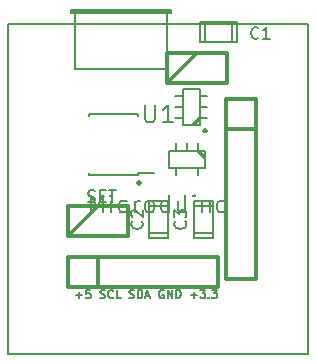
<source format=gbr>
G04 #@! TF.FileFunction,Legend,Top*
%FSLAX46Y46*%
G04 Gerber Fmt 4.6, Leading zero omitted, Abs format (unit mm)*
G04 Created by KiCad (PCBNEW 0.201601131446+6458~42~ubuntu14.04.1-product) date Mon 18 Jan 2016 18:38:02 CET*
%MOMM*%
G01*
G04 APERTURE LIST*
%ADD10C,0.100000*%
%ADD11C,0.175000*%
%ADD12C,0.300000*%
%ADD13C,0.304800*%
%ADD14C,0.150000*%
%ADD15C,0.127000*%
%ADD16C,0.200660*%
%ADD17C,0.200000*%
G04 APERTURE END LIST*
D10*
D11*
X150799000Y-105168666D02*
X150799000Y-104635333D01*
D12*
X152527000Y-99087714D02*
X152598428Y-99159143D01*
X152527000Y-99230571D01*
X152455571Y-99159143D01*
X152527000Y-99087714D01*
X152527000Y-99230571D01*
X146939000Y-103532714D02*
X147010428Y-103604143D01*
X146939000Y-103675571D01*
X146867571Y-103604143D01*
X146939000Y-103532714D01*
X146939000Y-103675571D01*
D11*
X141624000Y-113080000D02*
X142157333Y-113080000D01*
X141890666Y-113346667D02*
X141890666Y-112813333D01*
X142824000Y-112646667D02*
X142490667Y-112646667D01*
X142457333Y-112980000D01*
X142490667Y-112946667D01*
X142557333Y-112913333D01*
X142724000Y-112913333D01*
X142790667Y-112946667D01*
X142824000Y-112980000D01*
X142857333Y-113046667D01*
X142857333Y-113213333D01*
X142824000Y-113280000D01*
X142790667Y-113313333D01*
X142724000Y-113346667D01*
X142557333Y-113346667D01*
X142490667Y-113313333D01*
X142457333Y-113280000D01*
X143657333Y-113313333D02*
X143757333Y-113346667D01*
X143924000Y-113346667D01*
X143990667Y-113313333D01*
X144024000Y-113280000D01*
X144057333Y-113213333D01*
X144057333Y-113146667D01*
X144024000Y-113080000D01*
X143990667Y-113046667D01*
X143924000Y-113013333D01*
X143790667Y-112980000D01*
X143724000Y-112946667D01*
X143690667Y-112913333D01*
X143657333Y-112846667D01*
X143657333Y-112780000D01*
X143690667Y-112713333D01*
X143724000Y-112680000D01*
X143790667Y-112646667D01*
X143957333Y-112646667D01*
X144057333Y-112680000D01*
X144757334Y-113280000D02*
X144724000Y-113313333D01*
X144624000Y-113346667D01*
X144557334Y-113346667D01*
X144457334Y-113313333D01*
X144390667Y-113246667D01*
X144357334Y-113180000D01*
X144324000Y-113046667D01*
X144324000Y-112946667D01*
X144357334Y-112813333D01*
X144390667Y-112746667D01*
X144457334Y-112680000D01*
X144557334Y-112646667D01*
X144624000Y-112646667D01*
X144724000Y-112680000D01*
X144757334Y-112713333D01*
X145390667Y-113346667D02*
X145057334Y-113346667D01*
X145057334Y-112646667D01*
X146124000Y-113313333D02*
X146224000Y-113346667D01*
X146390667Y-113346667D01*
X146457334Y-113313333D01*
X146490667Y-113280000D01*
X146524000Y-113213333D01*
X146524000Y-113146667D01*
X146490667Y-113080000D01*
X146457334Y-113046667D01*
X146390667Y-113013333D01*
X146257334Y-112980000D01*
X146190667Y-112946667D01*
X146157334Y-112913333D01*
X146124000Y-112846667D01*
X146124000Y-112780000D01*
X146157334Y-112713333D01*
X146190667Y-112680000D01*
X146257334Y-112646667D01*
X146424000Y-112646667D01*
X146524000Y-112680000D01*
X146824001Y-113346667D02*
X146824001Y-112646667D01*
X146990667Y-112646667D01*
X147090667Y-112680000D01*
X147157334Y-112746667D01*
X147190667Y-112813333D01*
X147224001Y-112946667D01*
X147224001Y-113046667D01*
X147190667Y-113180000D01*
X147157334Y-113246667D01*
X147090667Y-113313333D01*
X146990667Y-113346667D01*
X146824001Y-113346667D01*
X147490667Y-113146667D02*
X147824001Y-113146667D01*
X147424001Y-113346667D02*
X147657334Y-112646667D01*
X147890667Y-113346667D01*
X149024000Y-112680000D02*
X148957334Y-112646667D01*
X148857334Y-112646667D01*
X148757334Y-112680000D01*
X148690667Y-112746667D01*
X148657334Y-112813333D01*
X148624000Y-112946667D01*
X148624000Y-113046667D01*
X148657334Y-113180000D01*
X148690667Y-113246667D01*
X148757334Y-113313333D01*
X148857334Y-113346667D01*
X148924000Y-113346667D01*
X149024000Y-113313333D01*
X149057334Y-113280000D01*
X149057334Y-113046667D01*
X148924000Y-113046667D01*
X149357334Y-113346667D02*
X149357334Y-112646667D01*
X149757334Y-113346667D01*
X149757334Y-112646667D01*
X150090667Y-113346667D02*
X150090667Y-112646667D01*
X150257333Y-112646667D01*
X150357333Y-112680000D01*
X150424000Y-112746667D01*
X150457333Y-112813333D01*
X150490667Y-112946667D01*
X150490667Y-113046667D01*
X150457333Y-113180000D01*
X150424000Y-113246667D01*
X150357333Y-113313333D01*
X150257333Y-113346667D01*
X150090667Y-113346667D01*
X151324000Y-113080000D02*
X151857333Y-113080000D01*
X151590666Y-113346667D02*
X151590666Y-112813333D01*
X152124000Y-112646667D02*
X152557333Y-112646667D01*
X152324000Y-112913333D01*
X152424000Y-112913333D01*
X152490667Y-112946667D01*
X152524000Y-112980000D01*
X152557333Y-113046667D01*
X152557333Y-113213333D01*
X152524000Y-113280000D01*
X152490667Y-113313333D01*
X152424000Y-113346667D01*
X152224000Y-113346667D01*
X152157333Y-113313333D01*
X152124000Y-113280000D01*
X152857334Y-113280000D02*
X152890667Y-113313333D01*
X152857334Y-113346667D01*
X152824000Y-113313333D01*
X152857334Y-113280000D01*
X152857334Y-113346667D01*
X153124000Y-112646667D02*
X153557333Y-112646667D01*
X153324000Y-112913333D01*
X153424000Y-112913333D01*
X153490667Y-112946667D01*
X153524000Y-112980000D01*
X153557333Y-113046667D01*
X153557333Y-113213333D01*
X153524000Y-113280000D01*
X153490667Y-113313333D01*
X153424000Y-113346667D01*
X153224000Y-113346667D01*
X153157333Y-113313333D01*
X153124000Y-113280000D01*
X142644952Y-105179762D02*
X142787809Y-105227381D01*
X143025905Y-105227381D01*
X143121143Y-105179762D01*
X143168762Y-105132143D01*
X143216381Y-105036905D01*
X143216381Y-104941667D01*
X143168762Y-104846429D01*
X143121143Y-104798810D01*
X143025905Y-104751190D01*
X142835428Y-104703571D01*
X142740190Y-104655952D01*
X142692571Y-104608333D01*
X142644952Y-104513095D01*
X142644952Y-104417857D01*
X142692571Y-104322619D01*
X142740190Y-104275000D01*
X142835428Y-104227381D01*
X143073524Y-104227381D01*
X143216381Y-104275000D01*
X143644952Y-104703571D02*
X143978286Y-104703571D01*
X144121143Y-105227381D02*
X143644952Y-105227381D01*
X143644952Y-104227381D01*
X144121143Y-104227381D01*
X144406857Y-104227381D02*
X144978286Y-104227381D01*
X144692571Y-105227381D02*
X144692571Y-104227381D01*
D13*
X140970000Y-108077000D02*
X143510000Y-105537000D01*
X146050000Y-108077000D02*
X140970000Y-108077000D01*
X140970000Y-105537000D02*
X146050000Y-105537000D01*
X140970000Y-108077000D02*
X140970000Y-105537000D01*
X146050000Y-105537000D02*
X146050000Y-108077000D01*
X156845000Y-99060000D02*
X154305000Y-99060000D01*
X154305000Y-96520000D02*
X156845000Y-96520000D01*
X156845000Y-96520000D02*
X156845000Y-111760000D01*
X156845000Y-111760000D02*
X154305000Y-111760000D01*
X154305000Y-111760000D02*
X154305000Y-96520000D01*
D14*
X146855000Y-102905000D02*
X146855000Y-102760000D01*
X142705000Y-102905000D02*
X142705000Y-102760000D01*
X142705000Y-97755000D02*
X142705000Y-97900000D01*
X146855000Y-97755000D02*
X146855000Y-97900000D01*
X146855000Y-102905000D02*
X142705000Y-102905000D01*
X146855000Y-97755000D02*
X142705000Y-97755000D01*
X146855000Y-102760000D02*
X148255000Y-102760000D01*
D15*
X152527000Y-89992200D02*
X152527000Y-91617800D01*
X154813000Y-91617800D02*
X154813000Y-89992200D01*
X155270200Y-91617800D02*
X155270200Y-89992200D01*
X155270200Y-89992200D02*
X152069800Y-89992200D01*
X152069800Y-89992200D02*
X152069800Y-91617800D01*
X152069800Y-91617800D02*
X155270200Y-91617800D01*
X147777200Y-107823000D02*
X149402800Y-107823000D01*
X149402800Y-105537000D02*
X147777200Y-105537000D01*
X149402800Y-105079800D02*
X147777200Y-105079800D01*
X147777200Y-105079800D02*
X147777200Y-108280200D01*
X147777200Y-108280200D02*
X149402800Y-108280200D01*
X149402800Y-108280200D02*
X149402800Y-105079800D01*
X151587200Y-107823000D02*
X153212800Y-107823000D01*
X153212800Y-105537000D02*
X151587200Y-105537000D01*
X153212800Y-105079800D02*
X151587200Y-105079800D01*
X151587200Y-105079800D02*
X151587200Y-108280200D01*
X151587200Y-108280200D02*
X153212800Y-108280200D01*
X153212800Y-108280200D02*
X153212800Y-105079800D01*
D13*
X149352000Y-95123000D02*
X151892000Y-92583000D01*
X154432000Y-95123000D02*
X149352000Y-95123000D01*
X149352000Y-92583000D02*
X154432000Y-92583000D01*
X149352000Y-95123000D02*
X149352000Y-92583000D01*
X154432000Y-92583000D02*
X154432000Y-95123000D01*
X143510000Y-109855000D02*
X143510000Y-112395000D01*
X153670000Y-112395000D02*
X140970000Y-112395000D01*
X140970000Y-109855000D02*
X153670000Y-109855000D01*
X140970000Y-112395000D02*
X140970000Y-109855000D01*
X153670000Y-109855000D02*
X153670000Y-112395000D01*
D15*
X152082500Y-98005900D02*
X151434800Y-98653600D01*
X152082500Y-98158300D02*
X151587200Y-98653600D01*
X150685500Y-97155000D02*
X150025100Y-97155000D01*
X150685500Y-96202500D02*
X150025100Y-96202500D01*
X150685500Y-98107500D02*
X150025100Y-98107500D01*
X152082500Y-97155000D02*
X152742900Y-97155000D01*
X152082500Y-96202500D02*
X152742900Y-96202500D01*
X152082500Y-98107500D02*
X152742900Y-98107500D01*
X150685500Y-98653600D02*
X150685500Y-95656400D01*
X150685500Y-95656400D02*
X152082500Y-95656400D01*
X152082500Y-95656400D02*
X152082500Y-98653600D01*
X152082500Y-98653600D02*
X150685500Y-98653600D01*
X151853900Y-100901500D02*
X152501600Y-101549200D01*
X152006300Y-100901500D02*
X152501600Y-101396800D01*
X150050500Y-102298500D02*
X150050500Y-102958900D01*
X151955500Y-102298500D02*
X151955500Y-102958900D01*
X151003000Y-100901500D02*
X151003000Y-100241100D01*
X150050500Y-100901500D02*
X150050500Y-100241100D01*
X151955500Y-100901500D02*
X151955500Y-100241100D01*
X152501600Y-102298500D02*
X149504400Y-102298500D01*
X149504400Y-102298500D02*
X149504400Y-100901500D01*
X149504400Y-100901500D02*
X152501600Y-100901500D01*
X152501600Y-100901500D02*
X152501600Y-102298500D01*
D16*
X149616160Y-89060020D02*
X141213840Y-89060020D01*
X149616160Y-88958420D02*
X141213840Y-88958420D01*
X141213840Y-88958420D02*
X141213840Y-89159080D01*
X141213840Y-89159080D02*
X149616160Y-89159080D01*
X149616160Y-89159080D02*
X149616160Y-88958420D01*
X149313900Y-88958420D02*
X149313900Y-93959680D01*
X149313900Y-93959680D02*
X141516100Y-93959680D01*
X141516100Y-93959680D02*
X141516100Y-88958420D01*
D14*
X135890000Y-90170000D02*
X161290000Y-90170000D01*
X161290000Y-90170000D02*
X161290000Y-118110000D01*
X161290000Y-118110000D02*
X135890000Y-118110000D01*
X135890000Y-118110000D02*
X135890000Y-90170000D01*
D11*
X157059334Y-91289143D02*
X157011715Y-91336762D01*
X156868858Y-91384381D01*
X156773620Y-91384381D01*
X156630762Y-91336762D01*
X156535524Y-91241524D01*
X156487905Y-91146286D01*
X156440286Y-90955810D01*
X156440286Y-90812952D01*
X156487905Y-90622476D01*
X156535524Y-90527238D01*
X156630762Y-90432000D01*
X156773620Y-90384381D01*
X156868858Y-90384381D01*
X157011715Y-90432000D01*
X157059334Y-90479619D01*
X158011715Y-91384381D02*
X157440286Y-91384381D01*
X157726000Y-91384381D02*
X157726000Y-90384381D01*
X157630762Y-90527238D01*
X157535524Y-90622476D01*
X157440286Y-90670095D01*
D17*
X147169143Y-106846666D02*
X147216762Y-106894285D01*
X147264381Y-107037142D01*
X147264381Y-107132380D01*
X147216762Y-107275238D01*
X147121524Y-107370476D01*
X147026286Y-107418095D01*
X146835810Y-107465714D01*
X146692952Y-107465714D01*
X146502476Y-107418095D01*
X146407238Y-107370476D01*
X146312000Y-107275238D01*
X146264381Y-107132380D01*
X146264381Y-107037142D01*
X146312000Y-106894285D01*
X146359619Y-106846666D01*
X146359619Y-106465714D02*
X146312000Y-106418095D01*
X146264381Y-106322857D01*
X146264381Y-106084761D01*
X146312000Y-105989523D01*
X146359619Y-105941904D01*
X146454857Y-105894285D01*
X146550095Y-105894285D01*
X146692952Y-105941904D01*
X147264381Y-106513333D01*
X147264381Y-105894285D01*
X150852143Y-106846666D02*
X150899762Y-106894285D01*
X150947381Y-107037142D01*
X150947381Y-107132380D01*
X150899762Y-107275238D01*
X150804524Y-107370476D01*
X150709286Y-107418095D01*
X150518810Y-107465714D01*
X150375952Y-107465714D01*
X150185476Y-107418095D01*
X150090238Y-107370476D01*
X149995000Y-107275238D01*
X149947381Y-107132380D01*
X149947381Y-107037142D01*
X149995000Y-106894285D01*
X150042619Y-106846666D01*
X149947381Y-106513333D02*
X149947381Y-105894285D01*
X150328333Y-106227619D01*
X150328333Y-106084761D01*
X150375952Y-105989523D01*
X150423571Y-105941904D01*
X150518810Y-105894285D01*
X150756905Y-105894285D01*
X150852143Y-105941904D01*
X150899762Y-105989523D01*
X150947381Y-106084761D01*
X150947381Y-106370476D01*
X150899762Y-106465714D01*
X150852143Y-106513333D01*
D14*
X147447143Y-96968571D02*
X147447143Y-98182857D01*
X147518571Y-98325714D01*
X147590000Y-98397143D01*
X147732857Y-98468571D01*
X148018571Y-98468571D01*
X148161429Y-98397143D01*
X148232857Y-98325714D01*
X148304286Y-98182857D01*
X148304286Y-96968571D01*
X149804286Y-98468571D02*
X148947143Y-98468571D01*
X149375715Y-98468571D02*
X149375715Y-96968571D01*
X149232858Y-97182857D01*
X149090000Y-97325714D01*
X148947143Y-97397143D01*
X142875714Y-106088571D02*
X142875714Y-104588571D01*
X143375714Y-105660000D01*
X143875714Y-104588571D01*
X143875714Y-106088571D01*
X144590000Y-106088571D02*
X144590000Y-105088571D01*
X144590000Y-104588571D02*
X144518571Y-104660000D01*
X144590000Y-104731429D01*
X144661428Y-104660000D01*
X144590000Y-104588571D01*
X144590000Y-104731429D01*
X145947143Y-106017143D02*
X145804286Y-106088571D01*
X145518572Y-106088571D01*
X145375714Y-106017143D01*
X145304286Y-105945714D01*
X145232857Y-105802857D01*
X145232857Y-105374286D01*
X145304286Y-105231429D01*
X145375714Y-105160000D01*
X145518572Y-105088571D01*
X145804286Y-105088571D01*
X145947143Y-105160000D01*
X146590000Y-106088571D02*
X146590000Y-105088571D01*
X146590000Y-105374286D02*
X146661428Y-105231429D01*
X146732857Y-105160000D01*
X146875714Y-105088571D01*
X147018571Y-105088571D01*
X147732857Y-106088571D02*
X147589999Y-106017143D01*
X147518571Y-105945714D01*
X147447142Y-105802857D01*
X147447142Y-105374286D01*
X147518571Y-105231429D01*
X147589999Y-105160000D01*
X147732857Y-105088571D01*
X147947142Y-105088571D01*
X148089999Y-105160000D01*
X148161428Y-105231429D01*
X148232857Y-105374286D01*
X148232857Y-105802857D01*
X148161428Y-105945714D01*
X148089999Y-106017143D01*
X147947142Y-106088571D01*
X147732857Y-106088571D01*
X149518571Y-106088571D02*
X149518571Y-104588571D01*
X149518571Y-106017143D02*
X149375714Y-106088571D01*
X149090000Y-106088571D01*
X148947142Y-106017143D01*
X148875714Y-105945714D01*
X148804285Y-105802857D01*
X148804285Y-105374286D01*
X148875714Y-105231429D01*
X148947142Y-105160000D01*
X149090000Y-105088571D01*
X149375714Y-105088571D01*
X149518571Y-105160000D01*
X150875714Y-105088571D02*
X150875714Y-106088571D01*
X150232857Y-105088571D02*
X150232857Y-105874286D01*
X150304285Y-106017143D01*
X150447143Y-106088571D01*
X150661428Y-106088571D01*
X150804285Y-106017143D01*
X150875714Y-105945714D01*
X151590000Y-106088571D02*
X151590000Y-105088571D01*
X151590000Y-104588571D02*
X151518571Y-104660000D01*
X151590000Y-104731429D01*
X151661428Y-104660000D01*
X151590000Y-104588571D01*
X151590000Y-104731429D01*
X152304286Y-105088571D02*
X152304286Y-106088571D01*
X152304286Y-105231429D02*
X152375714Y-105160000D01*
X152518572Y-105088571D01*
X152732857Y-105088571D01*
X152875714Y-105160000D01*
X152947143Y-105302857D01*
X152947143Y-106088571D01*
X153875715Y-106088571D02*
X153732857Y-106017143D01*
X153661429Y-105945714D01*
X153590000Y-105802857D01*
X153590000Y-105374286D01*
X153661429Y-105231429D01*
X153732857Y-105160000D01*
X153875715Y-105088571D01*
X154090000Y-105088571D01*
X154232857Y-105160000D01*
X154304286Y-105231429D01*
X154375715Y-105374286D01*
X154375715Y-105802857D01*
X154304286Y-105945714D01*
X154232857Y-106017143D01*
X154090000Y-106088571D01*
X153875715Y-106088571D01*
M02*

</source>
